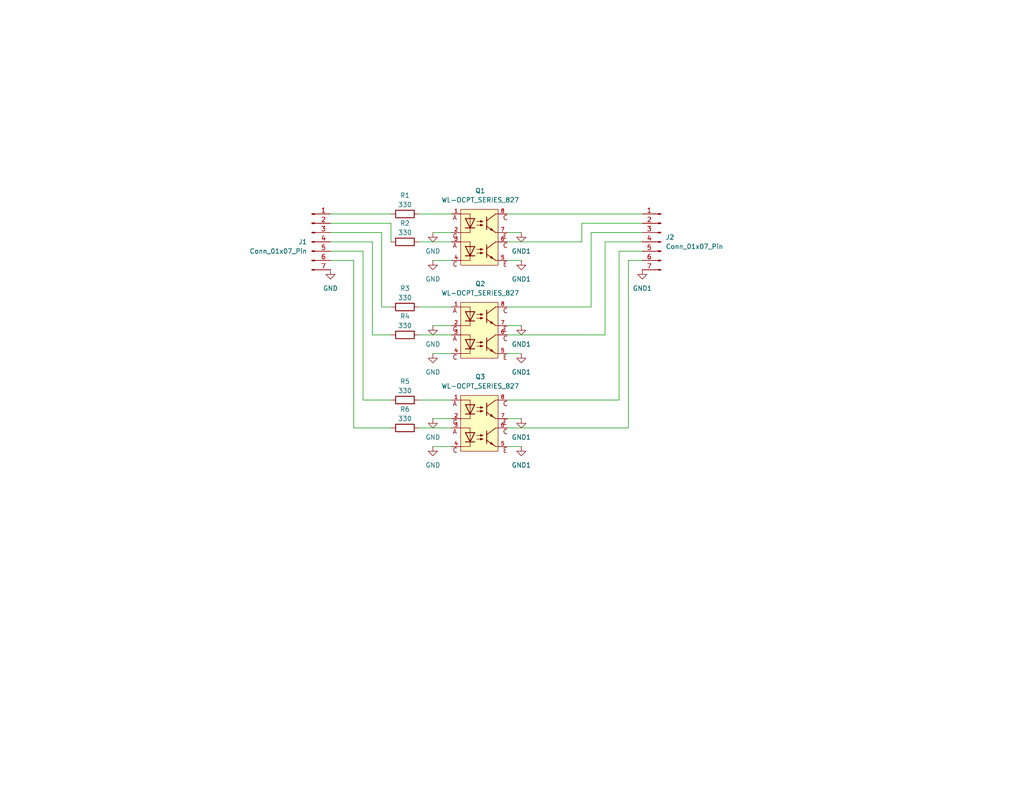
<source format=kicad_sch>
(kicad_sch (version 20250114) (generator "eeschema") (generator_version "9.0")
  (paper "USLetter")
  (title_block (title "Pi Monitor Optoisolator Schematic") (date "2025-07-18") (rev "v1.0") (comment 1 "See details at https://github.com/jseyfert3/mcu-on-the-go") (comment 2 "Released under GPL-3.0-or-later license") (comment 3 "Copyright 2025 Jonathan Seyfert"))
  (lib_symbols
    (symbol "Connector:Conn_01x07_Pin" (pin_names (offset 1.016) (hide yes))
      (property "Reference" "J" (at 0 10.16 0))
      (property "Value" "Conn_01x07_Pin" (at 0 -10.16 0))
      (symbol "Conn_01x07_Pin_1_1"
        (rectangle (start 0.8636 7.747) (end 0 7.493) (stroke (width 0.1524)) (fill (type outline)))
        (rectangle (start 0.8636 5.207) (end 0 4.953) (stroke (width 0.1524)) (fill (type outline)))
        (rectangle (start 0.8636 2.667) (end 0 2.413) (stroke (width 0.1524)) (fill (type outline)))
        (rectangle (start 0.8636 0.127) (end 0 -0.127) (stroke (width 0.1524)) (fill (type outline)))
        (rectangle (start 0.8636 -2.413) (end 0 -2.667) (stroke (width 0.1524)) (fill (type outline)))
        (rectangle (start 0.8636 -4.953) (end 0 -5.207) (stroke (width 0.1524)) (fill (type outline)))
        (rectangle (start 0.8636 -7.493) (end 0 -7.747) (stroke (width 0.1524)) (fill (type outline)))
        (polyline (pts (xy 1.27 7.62) (xy 0.8636 7.62)) (stroke (width 0.1524)))
        (polyline (pts (xy 1.27 5.08) (xy 0.8636 5.08)) (stroke (width 0.1524)))
        (polyline (pts (xy 1.27 2.54) (xy 0.8636 2.54)) (stroke (width 0.1524)))
        (polyline (pts (xy 1.27 0) (xy 0.8636 0)) (stroke (width 0.1524)))
        (polyline (pts (xy 1.27 -2.54) (xy 0.8636 -2.54)) (stroke (width 0.1524)))
        (polyline (pts (xy 1.27 -5.08) (xy 0.8636 -5.08)) (stroke (width 0.1524)))
        (polyline (pts (xy 1.27 -7.62) (xy 0.8636 -7.62)) (stroke (width 0.1524)))
        (pin passive line (at 5.08 7.62 180) (length 3.81) (name "Pin_1") (number "1"))
        (pin passive line (at 5.08 5.08 180) (length 3.81) (name "Pin_2") (number "2"))
        (pin passive line (at 5.08 2.54 180) (length 3.81) (name "Pin_3") (number "3"))
        (pin passive line (at 5.08 0 180) (length 3.81) (name "Pin_4") (number "4"))
        (pin passive line (at 5.08 -2.54 180) (length 3.81) (name "Pin_5") (number "5"))
        (pin passive line (at 5.08 -5.08 180) (length 3.81) (name "Pin_6") (number "6"))
        (pin passive line (at 5.08 -7.62 180) (length 3.81) (name "Pin_7") (number "7"))
      )
    )
    (symbol "Device:R" (pin_numbers (hide yes)) (pin_names (offset 0))
      (property "Reference" "R" (at 2.032 0 90))
      (property "Value" "R" (at 0 0 90))
      (symbol "R_0_1"
        (rectangle (start -1.016 -2.54) (end 1.016 2.54) (stroke (width 0.254)))
      )
      (symbol "R_1_1"
        (pin passive line (at 0 3.81 270) (length 1.27) (name "~") (number "1"))
        (pin passive line (at 0 -3.81 90) (length 1.27) (name "~") (number "2"))
      )
    )
    (symbol "WL-OCPT_SERIES_827:WL-OCPT_SERIES_827" (pin_names (offset 1.016))
      (property "Reference" "Q" (at 0 7.62 0))
      (property "Value" "WL-OCPT_SERIES_827" (at 0 -12.7 0))
      (symbol "WL-OCPT_SERIES_827_0_0"
        (rectangle (start -5.08 6.35) (end 5.08 -8.89) (stroke (width 0.1524)) (fill (type background)))
        (polyline (pts (xy -2.54 5.08) (xy -5.08 5.08)) (stroke (width 0.1524)))
        (polyline (pts (xy -2.54 3.81) (xy -3.81 3.81)) (stroke (width 0.254)))
        (polyline (pts (xy -2.54 3.81) (xy -2.54 5.08)) (stroke (width 0.1524)))
        (polyline (pts (xy -2.54 3.81) (xy -2.54 1.27)) (stroke (width 0.1524)))
        (polyline (pts (xy -2.54 1.27) (xy -3.81 3.81)) (stroke (width 0.254)))
        (polyline (pts (xy -2.54 1.27) (xy -3.81 1.27)) (stroke (width 0.254)))
        (polyline (pts (xy -2.54 1.27) (xy -2.54 0)) (stroke (width 0.1524)))
        (polyline (pts (xy -2.54 0) (xy -5.08 0)) (stroke (width 0.1524)))
        (polyline (pts (xy -2.54 -2.54) (xy -5.08 -2.54)) (stroke (width 0.1524)))
        (polyline (pts (xy -2.54 -3.81) (xy -3.81 -3.81)) (stroke (width 0.254)))
        (polyline (pts (xy -2.54 -3.81) (xy -2.54 -2.54)) (stroke (width 0.1524)))
        (polyline (pts (xy -2.54 -3.81) (xy -2.54 -6.35)) (stroke (width 0.1524)))
        (polyline (pts (xy -2.54 -6.35) (xy -3.81 -3.81)) (stroke (width 0.254)))
        (polyline (pts (xy -2.54 -6.35) (xy -3.81 -6.35)) (stroke (width 0.254)))
        (polyline (pts (xy -2.54 -6.35) (xy -2.54 -7.62)) (stroke (width 0.1524)))
        (polyline (pts (xy -2.54 -7.62) (xy -5.08 -7.62)) (stroke (width 0.1524)))
        (polyline (pts (xy -1.27 3.81) (xy -2.54 3.81)) (stroke (width 0.254)))
        (polyline (pts (xy -1.27 3.81) (xy -2.54 1.27)) (stroke (width 0.254)))
        (polyline (pts (xy -1.27 1.27) (xy -2.54 1.27)) (stroke (width 0.254)))
        (polyline (pts (xy -1.27 -3.81) (xy -2.54 -3.81)) (stroke (width 0.254)))
        (polyline (pts (xy -1.27 -3.81) (xy -2.54 -6.35)) (stroke (width 0.254)))
        (polyline (pts (xy -1.27 -6.35) (xy -2.54 -6.35)) (stroke (width 0.254)))
        (polyline (pts (xy -0.762 3.048) (xy 0.508 3.048)) (stroke (width 0.1524)))
        (polyline (pts (xy -0.762 2.032) (xy 0.508 2.032)) (stroke (width 0.1524)))
        (polyline (pts (xy -0.762 -4.572) (xy 0.508 -4.572)) (stroke (width 0.1524)))
        (polyline (pts (xy -0.762 -5.588) (xy 0.508 -5.588)) (stroke (width 0.1524)))
        (polyline (pts (xy 0.254 3.302) (xy 1.016 3.048) (xy 0.254 2.794) (xy 0.254 3.302)) (stroke (width 0.1524)) (fill (type outline)))
        (polyline (pts (xy 0.254 2.286) (xy 1.016 2.032) (xy 0.254 1.778) (xy 0.254 2.286)) (stroke (width 0.1524)) (fill (type outline)))
        (polyline (pts (xy 0.254 -4.318) (xy 1.016 -4.572) (xy 0.254 -4.826) (xy 0.254 -4.318)) (stroke (width 0.1524)) (fill (type outline)))
        (polyline (pts (xy 0.254 -5.334) (xy 1.016 -5.588) (xy 0.254 -5.842) (xy 0.254 -5.334)) (stroke (width 0.1524)) (fill (type outline)))
        (polyline (pts (xy 1.98 4.24) (xy 1.98 3.24)) (stroke (width 0.254)))
        (polyline (pts (xy 1.98 3.24) (xy 1.98 1.74)) (stroke (width 0.254)))
        (polyline (pts (xy 1.98 3.24) (xy 4.445 5.08)) (stroke (width 0.2)))
        (polyline (pts (xy 1.98 1.74) (xy 1.98 0.84)) (stroke (width 0.254)))
        (polyline (pts (xy 1.98 1.74) (xy 4.445 0)) (stroke (width 0.2)))
        (polyline (pts (xy 1.98 -3.38) (xy 1.98 -4.38)) (stroke (width 0.254)))
        (polyline (pts (xy 1.98 -4.38) (xy 1.98 -5.88)) (stroke (width 0.254)))
        (polyline (pts (xy 1.98 -4.38) (xy 4.445 -2.54)) (stroke (width 0.2)))
        (polyline (pts (xy 1.98 -5.88) (xy 1.98 -6.78)) (stroke (width 0.254)))
        (polyline (pts (xy 1.98 -5.88) (xy 4.445 -7.62)) (stroke (width 0.2)))
        (polyline (pts (xy 3.278 1.186) (xy 2.951 0.713) (xy 3.7494 0.4844) (xy 3.278 1.186)) (stroke (width 0.1524)) (fill (type outline)))
        (polyline (pts (xy 3.278 -6.434) (xy 2.951 -6.907) (xy 3.7494 -7.1356) (xy 3.278 -6.434)) (stroke (width 0.1524)) (fill (type outline)))
        (polyline (pts (xy 4.445 5.08) (xy 5.08 5.08)) (stroke (width 0.1524)))
        (polyline (pts (xy 4.445 0) (xy 5.08 0)) (stroke (width 0.1524)))
        (polyline (pts (xy 4.445 -2.54) (xy 5.08 -2.54)) (stroke (width 0.1524)))
        (polyline (pts (xy 4.445 -7.62) (xy 5.08 -7.62)) (stroke (width 0.1524)))
        (text "A" (at -7.366 4.826 0) (effects (font (size 1.27 1.27)) (justify left top)))
        (text "C" (at -7.366 -0.254 0) (effects (font (size 1.27 1.27)) (justify left top)))
        (text "A" (at -7.366 -2.794 0) (effects (font (size 1.27 1.27)) (justify left top)))
        (text "C" (at -7.366 -7.874 0) (effects (font (size 1.27 1.27)) (justify left top)))
        (text "C" (at 6.35 4.826 0) (effects (font (size 1.27 1.27)) (justify left top)))
        (text "E" (at 6.35 -0.254 0) (effects (font (size 1.27 1.27)) (justify left top)))
        (text "C" (at 6.35 -2.794 0) (effects (font (size 1.27 1.27)) (justify left top)))
        (text "E" (at 6.35 -7.874 0) (effects (font (size 1.27 1.27)) (justify left top)))
        (pin passive line (at -7.62 5.08 0) (length 2.54) (name "~") (number "1"))
        (pin passive line (at -7.62 0 0) (length 2.54) (name "~") (number "2"))
        (pin passive line (at -7.62 -2.54 0) (length 2.54) (name "~") (number "3"))
        (pin passive line (at -7.62 -7.62 0) (length 2.54) (name "~") (number "4"))
        (pin passive line (at 7.62 5.08 180) (length 2.54) (name "~") (number "8"))
        (pin passive line (at 7.62 0 180) (length 2.54) (name "~") (number "7"))
        (pin passive line (at 7.62 -2.54 180) (length 2.54) (name "~") (number "6"))
        (pin passive line (at 7.62 -7.62 180) (length 2.54) (name "~") (number "5"))
      )
    )
    (symbol "power:GND" (power) (pin_numbers (hide yes)) (pin_names (offset 0) (hide yes))
      (property "Value" "GND" (at 0 -3.81 0))
      (symbol "GND_0_1"
        (polyline (pts (xy 0 0) (xy 0 -1.27) (xy 1.27 -1.27) (xy 0 -2.54) (xy -1.27 -1.27) (xy 0 -1.27)))
      )
      (symbol "GND_1_1"
        (pin power_in line (at 0 0 270) (length 0) (name "~") (number "1"))
      )
    )
    (symbol "power:GND1" (power) (pin_numbers (hide yes)) (pin_names (offset 0) (hide yes))
      (property "Value" "GND1" (at 0 -3.81 0))
      (symbol "GND1_0_1"
        (polyline (pts (xy 0 0) (xy 0 -1.27) (xy 1.27 -1.27) (xy 0 -2.54) (xy -1.27 -1.27) (xy 0 -1.27)))
      )
      (symbol "GND1_1_1"
        (pin power_in line (at 0 0 270) (length 0) (name "~") (number "1"))
      )
    )
  )
  (wire (pts (xy 118.11 96.52) (xy 123.19 96.52)))
  (wire (pts (xy 171.45 116.84) (xy 171.45 71.12)))
  (wire (pts (xy 138.43 96.52) (xy 142.24 96.52)))
  (wire (pts (xy 165.1 66.04) (xy 175.26 66.04)))
  (wire (pts (xy 168.91 109.22) (xy 168.91 68.58)))
  (wire (pts (xy 118.11 71.12) (xy 123.19 71.12)))
  (wire (pts (xy 96.52 116.84) (xy 96.52 71.12)))
  (wire (pts (xy 101.6 91.44) (xy 101.6 66.04)))
  (wire (pts (xy 138.43 88.9) (xy 142.24 88.9)))
  (wire (pts (xy 96.52 71.12) (xy 90.17 71.12)))
  (wire (pts (xy 161.29 63.5) (xy 175.26 63.5)))
  (wire (pts (xy 106.68 83.82) (xy 104.14 83.82)))
  (wire (pts (xy 104.14 63.5) (xy 90.17 63.5)))
  (wire (pts (xy 99.06 68.58) (xy 90.17 68.58)))
  (wire (pts (xy 138.43 91.44) (xy 165.1 91.44)))
  (wire (pts (xy 165.1 91.44) (xy 165.1 66.04)))
  (wire (pts (xy 101.6 66.04) (xy 90.17 66.04)))
  (wire (pts (xy 138.43 114.3) (xy 142.24 114.3)))
  (wire (pts (xy 114.3 116.84) (xy 123.19 116.84)))
  (wire (pts (xy 168.91 68.58) (xy 175.26 68.58)))
  (wire (pts (xy 138.43 71.12) (xy 142.24 71.12)))
  (wire (pts (xy 138.43 58.42) (xy 175.26 58.42)))
  (wire (pts (xy 158.75 66.04) (xy 158.75 60.96)))
  (wire (pts (xy 138.43 109.22) (xy 168.91 109.22)))
  (wire (pts (xy 114.3 109.22) (xy 123.19 109.22)))
  (wire (pts (xy 171.45 71.12) (xy 175.26 71.12)))
  (wire (pts (xy 106.68 60.96) (xy 90.17 60.96)))
  (wire (pts (xy 118.11 121.92) (xy 123.19 121.92)))
  (wire (pts (xy 104.14 83.82) (xy 104.14 63.5)))
  (wire (pts (xy 106.68 116.84) (xy 96.52 116.84)))
  (wire (pts (xy 138.43 121.92) (xy 142.24 121.92)))
  (wire (pts (xy 106.68 109.22) (xy 99.06 109.22)))
  (wire (pts (xy 138.43 83.82) (xy 161.29 83.82)))
  (wire (pts (xy 118.11 63.5) (xy 123.19 63.5)))
  (wire (pts (xy 138.43 116.84) (xy 171.45 116.84)))
  (wire (pts (xy 114.3 91.44) (xy 123.19 91.44)))
  (wire (pts (xy 138.43 63.5) (xy 142.24 63.5)))
  (wire (pts (xy 123.19 66.04) (xy 114.3 66.04)))
  (wire (pts (xy 161.29 83.82) (xy 161.29 63.5)))
  (wire (pts (xy 106.68 66.04) (xy 106.68 60.96)))
  (wire (pts (xy 118.11 88.9) (xy 123.19 88.9)))
  (wire (pts (xy 118.11 114.3) (xy 123.19 114.3)))
  (wire (pts (xy 114.3 58.42) (xy 123.19 58.42)))
  (wire (pts (xy 114.3 83.82) (xy 123.19 83.82)))
  (wire (pts (xy 90.17 58.42) (xy 106.68 58.42)))
  (wire (pts (xy 138.43 66.04) (xy 158.75 66.04)))
  (wire (pts (xy 99.06 109.22) (xy 99.06 68.58)))
  (wire (pts (xy 106.68 91.44) (xy 101.6 91.44)))
  (wire (pts (xy 158.75 60.96) (xy 175.26 60.96)))
  (symbol (lib_id "Device:R") (at 110.49 91.44 90) (unit 1)
    (property "Reference" "R4" (at 110.49 86.36 90))
    (property "Value" "330" (at 110.49 88.9 90))
    (property "Footprint" "Resistor_THT:R_Axial_DIN0207_L6.3mm_D2.5mm_P7.62mm_Horizontal" (effects (hide yes)))
    (property "Description" "Resistor" (effects (hide yes)))
  )
  (symbol (lib_id "power:GND1") (at 142.24 63.5 0) (unit 1)
    (property "Reference" "#PWR01" (effects (hide yes)))
    (property "Value" "GND1" (at 142.24 68.58 0))
    (property "Description" "Power symbol creates a global label with name \"GND1\" , ground" (effects (hide yes)))
  )
  (symbol (lib_id "power:GND") (at 90.17 73.66 0) (unit 1)
    (property "Reference" "#PWR08" (effects (hide yes)))
    (property "Value" "GND" (at 90.17 78.74 0))
    (property "Description" "Power symbol creates a global label with name \"GND\" , ground" (effects (hide yes)))
  )
  (symbol (lib_id "WL-OCPT_SERIES_827:WL-OCPT_SERIES_827") (at 130.81 63.5 0) (unit 1)
    (property "Reference" "Q1" (at 131.0482 52.07 0))
    (property "Value" "WL-OCPT_SERIES_827" (at 131.0482 54.61 0))
    (property "Footprint" "140827181010:WL-OCPT_DIP8_M-TYPE" (effects (hide yes)))
  )
  (symbol (lib_id "power:GND1") (at 142.24 121.92 0) (unit 1)
    (property "Reference" "#PWR06" (effects (hide yes)))
    (property "Value" "GND1" (at 142.24 127 0))
    (property "Description" "Power symbol creates a global label with name \"GND1\" , ground" (effects (hide yes)))
  )
  (symbol (lib_id "WL-OCPT_SERIES_827:WL-OCPT_SERIES_827") (at 130.81 114.3 0) (unit 1)
    (property "Reference" "Q3" (at 131.0482 102.87 0))
    (property "Value" "WL-OCPT_SERIES_827" (at 131.0482 105.41 0))
    (property "Footprint" "140827181010:WL-OCPT_DIP8_M-TYPE" (effects (hide yes)))
  )
  (symbol (lib_id "power:GND1") (at 142.24 71.12 0) (unit 1)
    (property "Reference" "#PWR02" (effects (hide yes)))
    (property "Value" "GND1" (at 142.24 76.2 0))
    (property "Description" "Power symbol creates a global label with name \"GND1\" , ground" (effects (hide yes)))
  )
  (symbol (lib_id "power:GND1") (at 142.24 114.3 0) (unit 1)
    (property "Reference" "#PWR05" (effects (hide yes)))
    (property "Value" "GND1" (at 142.24 119.38 0))
    (property "Description" "Power symbol creates a global label with name \"GND1\" , ground" (effects (hide yes)))
  )
  (symbol (lib_id "Device:R") (at 110.49 109.22 90) (unit 1)
    (property "Reference" "R5" (at 110.49 104.14 90))
    (property "Value" "330" (at 110.49 106.68 90))
    (property "Footprint" "Resistor_THT:R_Axial_DIN0207_L6.3mm_D2.5mm_P7.62mm_Horizontal" (effects (hide yes)))
    (property "Description" "Resistor" (effects (hide yes)))
  )
  (symbol (lib_id "power:GND") (at 118.11 88.9 0) (unit 1)
    (property "Reference" "#PWR012" (effects (hide yes)))
    (property "Value" "GND" (at 118.11 93.98 0))
    (property "Description" "Power symbol creates a global label with name \"GND\" , ground" (effects (hide yes)))
  )
  (symbol (lib_id "Connector:Conn_01x07_Pin") (at 85.09 66.04 0) (unit 1)
    (property "Reference" "J1" (at 83.82 66.0399 0) (effects (justify right)))
    (property "Value" "Conn_01x07_Pin" (at 83.82 68.5799 0) (effects (justify right)))
    (property "Footprint" "Connector_PinHeader_2.54mm:PinHeader_1x07_P2.54mm_Vertical" (effects (hide yes)))
    (property "Description" "Generic connector, single row, 01x07, script generated" (effects (hide yes)))
  )
  (symbol (lib_id "Device:R") (at 110.49 116.84 90) (unit 1)
    (property "Reference" "R6" (at 110.49 111.76 90))
    (property "Value" "330" (at 110.49 114.3 90))
    (property "Footprint" "Resistor_THT:R_Axial_DIN0207_L6.3mm_D2.5mm_P7.62mm_Horizontal" (effects (hide yes)))
    (property "Description" "Resistor" (effects (hide yes)))
  )
  (symbol (lib_id "WL-OCPT_SERIES_827:WL-OCPT_SERIES_827") (at 130.81 88.9 0) (unit 1)
    (property "Reference" "Q2" (at 131.0482 77.47 0))
    (property "Value" "WL-OCPT_SERIES_827" (at 131.0482 80.01 0))
    (property "Footprint" "140827181010:WL-OCPT_DIP8_M-TYPE" (effects (hide yes)))
  )
  (symbol (lib_id "power:GND") (at 118.11 114.3 0) (unit 1)
    (property "Reference" "#PWR014" (effects (hide yes)))
    (property "Value" "GND" (at 118.11 119.38 0))
    (property "Description" "Power symbol creates a global label with name \"GND\" , ground" (effects (hide yes)))
  )
  (symbol (lib_id "power:GND1") (at 142.24 96.52 0) (unit 1)
    (property "Reference" "#PWR04" (effects (hide yes)))
    (property "Value" "GND1" (at 142.24 101.6 0))
    (property "Description" "Power symbol creates a global label with name \"GND1\" , ground" (effects (hide yes)))
  )
  (symbol (lib_id "power:GND") (at 118.11 63.5 0) (unit 1)
    (property "Reference" "#PWR010" (effects (hide yes)))
    (property "Value" "GND" (at 118.11 68.58 0))
    (property "Description" "Power symbol creates a global label with name \"GND\" , ground" (effects (hide yes)))
  )
  (symbol (lib_id "power:GND") (at 118.11 121.92 0) (unit 1)
    (property "Reference" "#PWR015" (effects (hide yes)))
    (property "Value" "GND" (at 118.11 127 0))
    (property "Description" "Power symbol creates a global label with name \"GND\" , ground" (effects (hide yes)))
  )
  (symbol (lib_id "Device:R") (at 110.49 58.42 90) (unit 1)
    (property "Reference" "R1" (at 110.49 53.34 90))
    (property "Value" "330" (at 110.49 55.88 90))
    (property "Footprint" "Resistor_THT:R_Axial_DIN0207_L6.3mm_D2.5mm_P7.62mm_Horizontal" (effects (hide yes)))
    (property "Description" "Resistor" (effects (hide yes)))
  )
  (symbol (lib_id "power:GND") (at 118.11 71.12 0) (unit 1)
    (property "Reference" "#PWR011" (effects (hide yes)))
    (property "Value" "GND" (at 118.11 76.2 0))
    (property "Description" "Power symbol creates a global label with name \"GND\" , ground" (effects (hide yes)))
  )
  (symbol (lib_id "Connector:Conn_01x07_Pin") (at 180.34 66.04 0) (mirror y) (unit 1)
    (property "Reference" "J2" (at 181.61 64.7699 0) (effects (justify right)))
    (property "Value" "Conn_01x07_Pin" (at 181.61 67.3099 0) (effects (justify right)))
    (property "Footprint" "Connector_PinHeader_2.54mm:PinHeader_1x07_P2.54mm_Vertical" (effects (hide yes)))
    (property "Description" "Generic connector, single row, 01x07, script generated" (effects (hide yes)))
  )
  (symbol (lib_id "Device:R") (at 110.49 83.82 90) (unit 1)
    (property "Reference" "R3" (at 110.49 78.74 90))
    (property "Value" "330" (at 110.49 81.28 90))
    (property "Footprint" "Resistor_THT:R_Axial_DIN0207_L6.3mm_D2.5mm_P7.62mm_Horizontal" (effects (hide yes)))
    (property "Description" "Resistor" (effects (hide yes)))
  )
  (symbol (lib_id "power:GND1") (at 175.26 73.66 0) (unit 1)
    (property "Reference" "#PWR07" (effects (hide yes)))
    (property "Value" "GND1" (at 175.26 78.74 0))
    (property "Description" "Power symbol creates a global label with name \"GND1\" , ground" (effects (hide yes)))
  )
  (symbol (lib_id "Device:R") (at 110.49 66.04 90) (unit 1)
    (property "Reference" "R2" (at 110.49 60.96 90))
    (property "Value" "330" (at 110.49 63.5 90))
    (property "Footprint" "Resistor_THT:R_Axial_DIN0207_L6.3mm_D2.5mm_P7.62mm_Horizontal" (effects (hide yes)))
    (property "Description" "Resistor" (effects (hide yes)))
  )
  (symbol (lib_id "power:GND1") (at 142.24 88.9 0) (unit 1)
    (property "Reference" "#PWR03" (effects (hide yes)))
    (property "Value" "GND1" (at 142.24 93.98 0))
    (property "Description" "Power symbol creates a global label with name \"GND1\" , ground" (effects (hide yes)))
  )
  (symbol (lib_id "power:GND") (at 118.11 96.52 0) (unit 1)
    (property "Reference" "#PWR013" (effects (hide yes)))
    (property "Value" "GND" (at 118.11 101.6 0))
    (property "Description" "Power symbol creates a global label with name \"GND\" , ground" (effects (hide yes)))
  )
)
</source>
